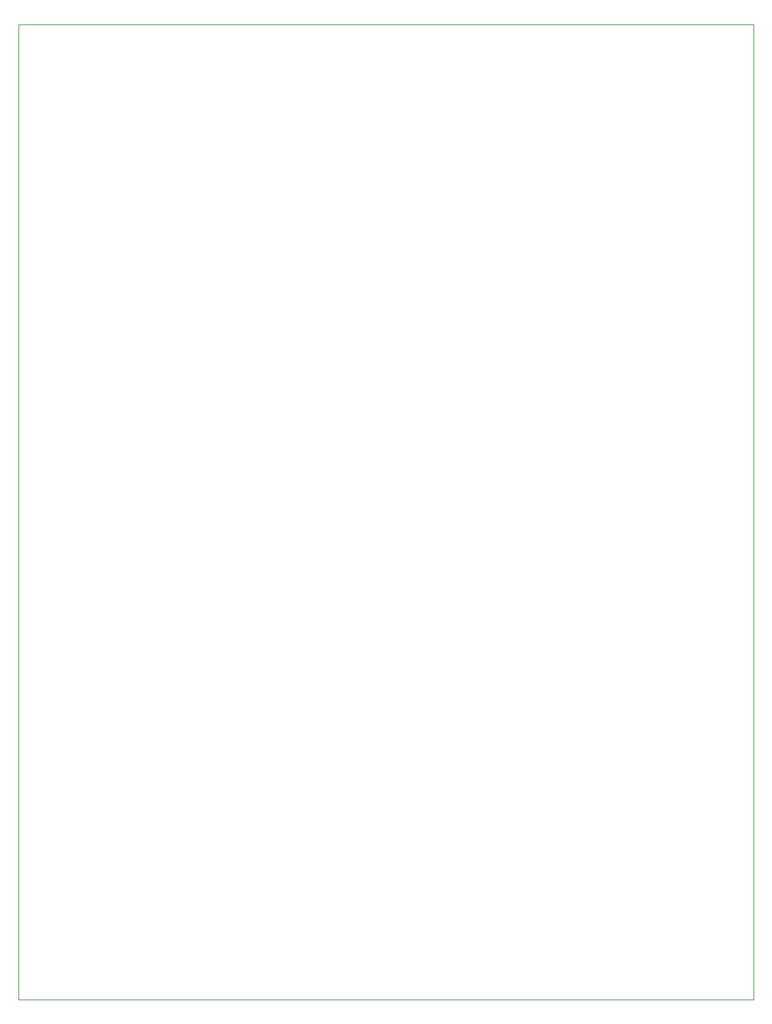
<source format=gbr>
G04 #@! TF.GenerationSoftware,KiCad,Pcbnew,(5.1.2-1)-1*
G04 #@! TF.CreationDate,2021-05-20T21:43:52-04:00*
G04 #@! TF.ProjectId,B_Format_Mic_Encoder,425f466f-726d-4617-945f-4d69635f456e,rev?*
G04 #@! TF.SameCoordinates,Original*
G04 #@! TF.FileFunction,Profile,NP*
%FSLAX46Y46*%
G04 Gerber Fmt 4.6, Leading zero omitted, Abs format (unit mm)*
G04 Created by KiCad (PCBNEW (5.1.2-1)-1) date 2021-05-20 21:43:52*
%MOMM*%
%LPD*%
G04 APERTURE LIST*
%ADD10C,0.050000*%
G04 APERTURE END LIST*
D10*
X106426000Y-12192000D02*
X12192000Y-12192000D01*
X106426000Y-137160000D02*
X106426000Y-12192000D01*
X104902000Y-137160000D02*
X106426000Y-137160000D01*
X12192000Y-137160000D02*
X104902000Y-137160000D01*
X12192000Y-12192000D02*
X12192000Y-137160000D01*
M02*

</source>
